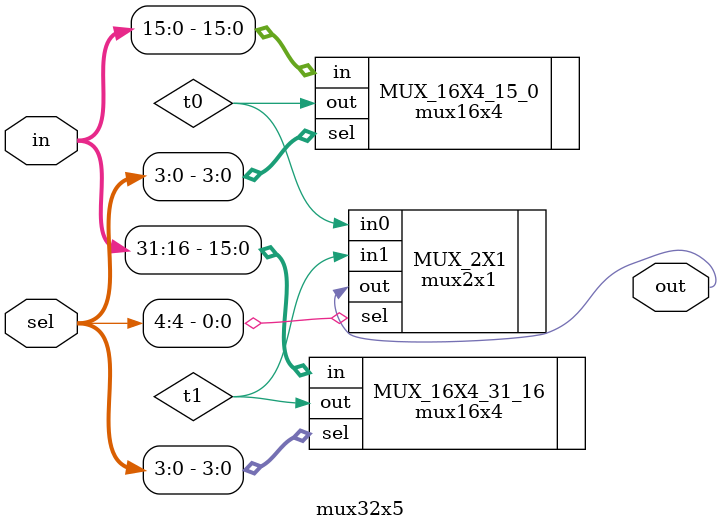
<source format=v>
`timescale 1ns / 1ps


module mux32x5(
    output out,
    input [31:0] in,
    input [4:0] sel
    );
//    assign out = in[sel];

    wire t0, t1;
    
    mux16x4 MUX_16X4_15_0(.out(t0), .in(in[15:0]), .sel(sel[3:0]));
    mux16x4 MUX_16X4_31_16(.out(t1), .in(in[31:16]), .sel(sel[3:0]));
    mux2x1 MUX_2X1(.out(out), .in0(t0), .in1(t1), .sel(sel[4]));

endmodule

</source>
